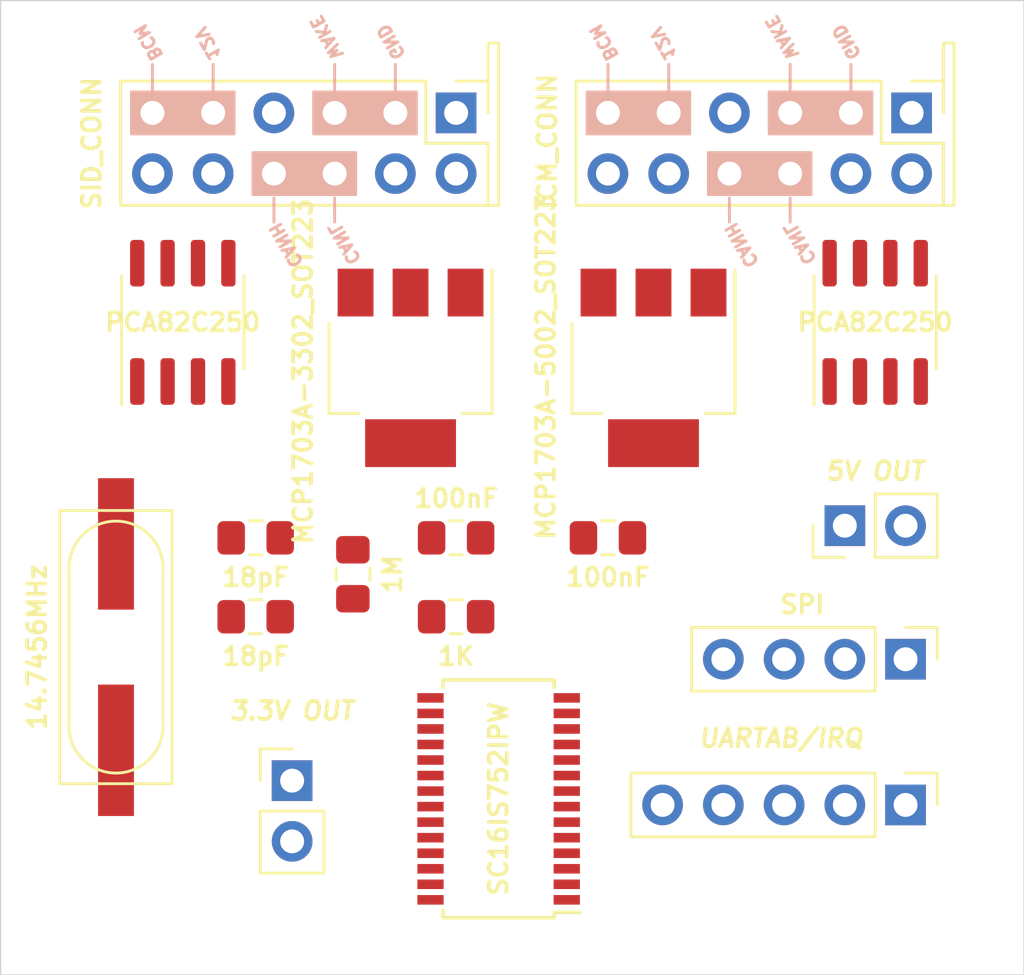
<source format=kicad_pcb>
(kicad_pcb (version 20171130) (host pcbnew 5.1.5-52549c5~84~ubuntu19.04.1)

  (general
    (thickness 1.6)
    (drawings 4)
    (tracks 0)
    (zones 0)
    (modules 18)
    (nets 49)
  )

  (page A4)
  (layers
    (0 F.Cu signal)
    (31 B.Cu signal)
    (32 B.Adhes user)
    (33 F.Adhes user)
    (34 B.Paste user)
    (35 F.Paste user)
    (36 B.SilkS user)
    (37 F.SilkS user)
    (38 B.Mask user)
    (39 F.Mask user)
    (40 Dwgs.User user)
    (41 Cmts.User user)
    (42 Eco1.User user)
    (43 Eco2.User user)
    (44 Edge.Cuts user)
    (45 Margin user)
    (46 B.CrtYd user)
    (47 F.CrtYd user)
    (48 B.Fab user)
    (49 F.Fab user)
  )

  (setup
    (last_trace_width 0.25)
    (trace_clearance 0.2)
    (zone_clearance 0.508)
    (zone_45_only no)
    (trace_min 0.2)
    (via_size 0.8)
    (via_drill 0.4)
    (via_min_size 0.4)
    (via_min_drill 0.3)
    (uvia_size 0.3)
    (uvia_drill 0.1)
    (uvias_allowed no)
    (uvia_min_size 0.2)
    (uvia_min_drill 0.1)
    (edge_width 0.05)
    (segment_width 0.2)
    (pcb_text_width 0.3)
    (pcb_text_size 1.5 1.5)
    (mod_edge_width 0.12)
    (mod_text_size 1 1)
    (mod_text_width 0.15)
    (pad_size 1.524 1.524)
    (pad_drill 0.762)
    (pad_to_mask_clearance 0.051)
    (solder_mask_min_width 0.25)
    (aux_axis_origin 0 0)
    (visible_elements FFFFFF7F)
    (pcbplotparams
      (layerselection 0x010f0_ffffffff)
      (usegerberextensions false)
      (usegerberattributes false)
      (usegerberadvancedattributes false)
      (creategerberjobfile false)
      (excludeedgelayer true)
      (linewidth 0.100000)
      (plotframeref false)
      (viasonmask false)
      (mode 1)
      (useauxorigin false)
      (hpglpennumber 1)
      (hpglpenspeed 20)
      (hpglpendiameter 15.000000)
      (psnegative false)
      (psa4output false)
      (plotreference true)
      (plotvalue true)
      (plotinvisibletext false)
      (padsonsilk false)
      (subtractmaskfromsilk false)
      (outputformat 1)
      (mirror false)
      (drillshape 0)
      (scaleselection 1)
      (outputdirectory "plot_output/"))
  )

  (net 0 "")
  (net 1 "Net-(J1-Pad10)")
  (net 2 "Net-(J1-Pad9)")
  (net 3 "Net-(J1-Pad6)")
  (net 4 VIN)
  (net 5 "Net-(J1-Pad3)")
  (net 6 GND)
  (net 7 "Net-(J2-Pad10)")
  (net 8 "Net-(J2-Pad9)")
  (net 9 "Net-(J6-Pad3)")
  (net 10 "Net-(J6-Pad4)")
  (net 11 "Net-(J6-Pad2)")
  (net 12 VDD_5V)
  (net 13 VDD_3.3V)
  (net 14 "Net-(J5-Pad4)")
  (net 15 "Net-(J5-Pad3)")
  (net 16 "Net-(J5-Pad2)")
  (net 17 "Net-(J5-Pad1)")
  (net 18 "Net-(J6-Pad5)")
  (net 19 "Net-(J6-Pad1)")
  (net 20 "Net-(J1-Pad7)")
  (net 21 "Net-(J1-Pad8)")
  (net 22 "Net-(J1-Pad4)")
  (net 23 "Net-(J1-Pad11)")
  (net 24 "Net-(J1-Pad12)")
  (net 25 "Net-(J1-Pad1)")
  (net 26 "Net-(J2-Pad7)")
  (net 27 "Net-(J2-Pad8)")
  (net 28 "Net-(J2-Pad4)")
  (net 29 "Net-(J2-Pad11)")
  (net 30 "Net-(J2-Pad12)")
  (net 31 "Net-(J2-Pad1)")
  (net 32 "Net-(U1-Pad28)")
  (net 33 "Net-(U1-Pad27)")
  (net 34 "Net-(U1-Pad26)")
  (net 35 "Net-(U1-Pad25)")
  (net 36 "Net-(U1-Pad21)")
  (net 37 "Net-(U1-Pad20)")
  (net 38 "Net-(U1-Pad19)")
  (net 39 "Net-(U1-Pad18)")
  (net 40 "Net-(U1-Pad17)")
  (net 41 "Net-(U1-Pad16)")
  (net 42 "Net-(U1-Pad5)")
  (net 43 "Net-(U1-Pad2)")
  (net 44 "Net-(U1-Pad1)")
  (net 45 "Net-(U3-Pad5)")
  (net 46 "Net-(U4-Pad5)")
  (net 47 XTAL2)
  (net 48 XTAL1)

  (net_class Default "This is the default net class."
    (clearance 0.2)
    (trace_width 0.25)
    (via_dia 0.8)
    (via_drill 0.4)
    (uvia_dia 0.3)
    (uvia_drill 0.1)
    (add_net GND)
    (add_net "Net-(J1-Pad1)")
    (add_net "Net-(J1-Pad10)")
    (add_net "Net-(J1-Pad11)")
    (add_net "Net-(J1-Pad12)")
    (add_net "Net-(J1-Pad3)")
    (add_net "Net-(J1-Pad4)")
    (add_net "Net-(J1-Pad6)")
    (add_net "Net-(J1-Pad7)")
    (add_net "Net-(J1-Pad8)")
    (add_net "Net-(J1-Pad9)")
    (add_net "Net-(J2-Pad1)")
    (add_net "Net-(J2-Pad10)")
    (add_net "Net-(J2-Pad11)")
    (add_net "Net-(J2-Pad12)")
    (add_net "Net-(J2-Pad4)")
    (add_net "Net-(J2-Pad7)")
    (add_net "Net-(J2-Pad8)")
    (add_net "Net-(J2-Pad9)")
    (add_net "Net-(J5-Pad1)")
    (add_net "Net-(J5-Pad2)")
    (add_net "Net-(J5-Pad3)")
    (add_net "Net-(J5-Pad4)")
    (add_net "Net-(J6-Pad1)")
    (add_net "Net-(J6-Pad2)")
    (add_net "Net-(J6-Pad3)")
    (add_net "Net-(J6-Pad4)")
    (add_net "Net-(J6-Pad5)")
    (add_net "Net-(U1-Pad1)")
    (add_net "Net-(U1-Pad16)")
    (add_net "Net-(U1-Pad17)")
    (add_net "Net-(U1-Pad18)")
    (add_net "Net-(U1-Pad19)")
    (add_net "Net-(U1-Pad2)")
    (add_net "Net-(U1-Pad20)")
    (add_net "Net-(U1-Pad21)")
    (add_net "Net-(U1-Pad25)")
    (add_net "Net-(U1-Pad26)")
    (add_net "Net-(U1-Pad27)")
    (add_net "Net-(U1-Pad28)")
    (add_net "Net-(U1-Pad5)")
    (add_net "Net-(U3-Pad5)")
    (add_net "Net-(U4-Pad5)")
    (add_net VDD_3.3V)
    (add_net VDD_5V)
    (add_net VIN)
    (add_net XTAL1)
    (add_net XTAL2)
  )

  (module sid-board:SAAB_SID_CONNECTOR_HEADER (layer F.Cu) (tedit 5E269FE2) (tstamp 5E1F8249)
    (at 93.98 65.405)
    (descr "Through hole straight pin header, 2x06, 2.54mm pitch, double rows")
    (tags "Through hole pin header THT 2x06 2.54mm double row")
    (path /5E210180)
    (fp_text reference J1 (at 8.68 0.127 270) (layer F.Fab)
      (effects (font (size 0.5 0.5) (thickness 0.1)))
    )
    (fp_text value ICM_CONN (at -8.89 0.0635 90) (layer F.SilkS)
      (effects (font (size 0.75 0.75) (thickness 0.16)))
    )
    (fp_poly (pts (xy 2.159 2.286) (xy -2.159 2.286) (xy -2.159 0.508) (xy 2.159 0.508)) (layer B.SilkS) (width 0.1))
    (fp_poly (pts (xy 4.699 -0.254) (xy 0.381 -0.254) (xy 0.381 -2.032) (xy 4.699 -2.032)) (layer B.SilkS) (width 0.1))
    (fp_poly (pts (xy -2.921 -0.254) (xy -7.239 -0.254) (xy -7.239 -2.032) (xy -2.921 -2.032)) (layer B.SilkS) (width 0.1))
    (fp_line (start -1.27 2.413) (end -1.27 3.429) (layer B.SilkS) (width 0.12))
    (fp_line (start 1.27 2.413) (end 1.27 3.429) (layer B.SilkS) (width 0.12))
    (fp_line (start -6.35 -2.032) (end -6.35 -3.175) (layer B.SilkS) (width 0.12))
    (fp_line (start -3.81 -2.032) (end -3.81 -3.175) (layer B.SilkS) (width 0.12))
    (fp_line (start 1.27 -2.032) (end 1.27 -3.175) (layer B.SilkS) (width 0.12))
    (fp_line (start 3.81 -2.032) (end 3.81 -3.175) (layer B.SilkS) (width 0.12))
    (fp_text user CANH (at -0.254 5.334 300) (layer B.SilkS)
      (effects (font (size 0.5 0.5) (thickness 0.125)) (justify left mirror))
    )
    (fp_text user CANL (at 2.159 5.207 300) (layer B.SilkS)
      (effects (font (size 0.5 0.5) (thickness 0.125)) (justify left mirror))
    )
    (fp_text user BCM (at -6.985 -4.826 300) (layer B.SilkS)
      (effects (font (size 0.5 0.5) (thickness 0.125)) (justify right mirror))
    )
    (fp_text user 12V (at -4.445 -4.699 300) (layer B.SilkS)
      (effects (font (size 0.5 0.5) (thickness 0.125)) (justify right mirror))
    )
    (fp_text user WAKE (at 0.381 -5.207 300) (layer B.SilkS)
      (effects (font (size 0.5 0.5) (thickness 0.125)) (justify right mirror))
    )
    (fp_text user GND (at 3.175 -4.826 300) (layer B.SilkS)
      (effects (font (size 0.5 0.5) (thickness 0.125)) (justify right mirror))
    )
    (fp_line (start 8.128 2.7305) (end 8.128 2.413) (layer F.SilkS) (width 0.12))
    (fp_line (start 7.68 2.7305) (end 8.128 2.7305) (layer F.SilkS) (width 0.12))
    (fp_line (start 8.128 -4.064) (end 8.128 2.413) (layer F.SilkS) (width 0.12))
    (fp_line (start 7.68 -4.064) (end 8.128 -4.064) (layer F.SilkS) (width 0.12))
    (fp_line (start 7.68 -2.473) (end 7.68 -4.064) (layer F.SilkS) (width 0.12))
    (fp_text user %R (at 0 0.127) (layer F.Fab)
      (effects (font (size 0.5 0.5) (thickness 0.1)))
    )
    (fp_line (start 8.15 3.207) (end 8.15 -2.943) (layer F.CrtYd) (width 0.05))
    (fp_line (start -8.15 3.207) (end 8.15 3.207) (layer F.CrtYd) (width 0.05))
    (fp_line (start -8.15 -2.943) (end -8.15 3.207) (layer F.CrtYd) (width 0.05))
    (fp_line (start 8.15 -2.943) (end -8.15 -2.943) (layer F.CrtYd) (width 0.05))
    (fp_line (start 7.68 -2.473) (end 7.68 -1.143) (layer F.SilkS) (width 0.12))
    (fp_line (start 6.35 -2.473) (end 7.68 -2.473) (layer F.SilkS) (width 0.12))
    (fp_line (start 7.68 0.127) (end 7.68 2.727) (layer F.SilkS) (width 0.12))
    (fp_line (start 5.08 0.127) (end 7.68 0.127) (layer F.SilkS) (width 0.12))
    (fp_line (start 5.08 -2.473) (end 5.08 0.127) (layer F.SilkS) (width 0.12))
    (fp_line (start 7.68 2.727) (end -7.68 2.727) (layer F.SilkS) (width 0.12))
    (fp_line (start 5.08 -2.473) (end -7.68 -2.473) (layer F.SilkS) (width 0.12))
    (fp_line (start -7.68 -2.473) (end -7.68 2.727) (layer F.SilkS) (width 0.12))
    (fp_line (start 6.35 -2.413) (end 7.62 -1.143) (layer F.Fab) (width 0.1))
    (fp_line (start -7.62 -2.413) (end 6.35 -2.413) (layer F.Fab) (width 0.1))
    (fp_line (start -7.62 2.667) (end -7.62 -2.413) (layer F.Fab) (width 0.1))
    (fp_line (start 7.62 2.667) (end -7.62 2.667) (layer F.Fab) (width 0.1))
    (fp_line (start 7.62 -1.143) (end 7.62 2.667) (layer F.Fab) (width 0.1))
    (pad 7 thru_hole oval (at -6.35 1.397 270) (size 1.7 1.7) (drill 1) (layers *.Cu *.Mask)
      (net 20 "Net-(J1-Pad7)"))
    (pad 6 thru_hole oval (at -6.35 -1.143 270) (size 1.7 1.7) (drill 1) (layers *.Cu *.Mask)
      (net 3 "Net-(J1-Pad6)"))
    (pad 8 thru_hole oval (at -3.81 1.397 270) (size 1.7 1.7) (drill 1) (layers *.Cu *.Mask)
      (net 21 "Net-(J1-Pad8)"))
    (pad 5 thru_hole oval (at -3.81 -1.143 270) (size 1.7 1.7) (drill 1) (layers *.Cu *.Mask)
      (net 4 VIN))
    (pad 9 thru_hole oval (at -1.27 1.397 270) (size 1.7 1.7) (drill 1) (layers *.Cu *.Mask)
      (net 2 "Net-(J1-Pad9)"))
    (pad 4 thru_hole oval (at -1.27 -1.143 270) (size 1.7 1.7) (drill 1) (layers *.Cu *.Mask)
      (net 22 "Net-(J1-Pad4)"))
    (pad 10 thru_hole oval (at 1.27 1.397 270) (size 1.7 1.7) (drill 1) (layers *.Cu *.Mask)
      (net 1 "Net-(J1-Pad10)"))
    (pad 3 thru_hole oval (at 1.27 -1.143 270) (size 1.7 1.7) (drill 1) (layers *.Cu *.Mask)
      (net 5 "Net-(J1-Pad3)"))
    (pad 11 thru_hole oval (at 3.81 1.397 270) (size 1.7 1.7) (drill 1) (layers *.Cu *.Mask)
      (net 23 "Net-(J1-Pad11)"))
    (pad 2 thru_hole oval (at 3.81 -1.143 270) (size 1.7 1.7) (drill 1) (layers *.Cu *.Mask)
      (net 6 GND))
    (pad 12 thru_hole oval (at 6.35 1.397 270) (size 1.7 1.7) (drill 1) (layers *.Cu *.Mask)
      (net 24 "Net-(J1-Pad12)"))
    (pad 1 thru_hole rect (at 6.35 -1.143 270) (size 1.7 1.7) (drill 1) (layers *.Cu *.Mask)
      (net 25 "Net-(J1-Pad1)"))
    (model ${KISYS3DMOD}/Connector_PinHeader_2.54mm.3dshapes/PinHeader_2x06_P2.54mm_Vertical.wrl
      (offset (xyz 6.25 1.2 0))
      (scale (xyz 1 1 1))
      (rotate (xyz 0 0 90))
    )
  )

  (module sid-board:SAAB_SID_CONNECTOR_HEADER (layer F.Cu) (tedit 5E269FE2) (tstamp 5E1F7CC3)
    (at 74.93 65.405)
    (descr "Through hole straight pin header, 2x06, 2.54mm pitch, double rows")
    (tags "Through hole pin header THT 2x06 2.54mm double row")
    (path /5E211BEE)
    (fp_text reference J2 (at 8.68 0.127 270) (layer F.Fab)
      (effects (font (size 0.5 0.5) (thickness 0.1)))
    )
    (fp_text value SID_CONN (at -8.89 0.127 90) (layer F.SilkS)
      (effects (font (size 0.75 0.75) (thickness 0.16)))
    )
    (fp_poly (pts (xy 2.159 2.286) (xy -2.159 2.286) (xy -2.159 0.508) (xy 2.159 0.508)) (layer B.SilkS) (width 0.1))
    (fp_poly (pts (xy 4.699 -0.254) (xy 0.381 -0.254) (xy 0.381 -2.032) (xy 4.699 -2.032)) (layer B.SilkS) (width 0.1))
    (fp_poly (pts (xy -2.921 -0.254) (xy -7.239 -0.254) (xy -7.239 -2.032) (xy -2.921 -2.032)) (layer B.SilkS) (width 0.1))
    (fp_line (start -1.27 2.413) (end -1.27 3.429) (layer B.SilkS) (width 0.12))
    (fp_line (start 1.27 2.413) (end 1.27 3.429) (layer B.SilkS) (width 0.12))
    (fp_line (start -6.35 -2.032) (end -6.35 -3.175) (layer B.SilkS) (width 0.12))
    (fp_line (start -3.81 -2.032) (end -3.81 -3.175) (layer B.SilkS) (width 0.12))
    (fp_line (start 1.27 -2.032) (end 1.27 -3.175) (layer B.SilkS) (width 0.12))
    (fp_line (start 3.81 -2.032) (end 3.81 -3.175) (layer B.SilkS) (width 0.12))
    (fp_text user CANH (at -0.254 5.334 300) (layer B.SilkS)
      (effects (font (size 0.5 0.5) (thickness 0.125)) (justify left mirror))
    )
    (fp_text user CANL (at 2.159 5.207 300) (layer B.SilkS)
      (effects (font (size 0.5 0.5) (thickness 0.125)) (justify left mirror))
    )
    (fp_text user BCM (at -6.985 -4.826 300) (layer B.SilkS)
      (effects (font (size 0.5 0.5) (thickness 0.125)) (justify right mirror))
    )
    (fp_text user 12V (at -4.445 -4.699 300) (layer B.SilkS)
      (effects (font (size 0.5 0.5) (thickness 0.125)) (justify right mirror))
    )
    (fp_text user WAKE (at 0.381 -5.207 300) (layer B.SilkS)
      (effects (font (size 0.5 0.5) (thickness 0.125)) (justify right mirror))
    )
    (fp_text user GND (at 3.175 -4.826 300) (layer B.SilkS)
      (effects (font (size 0.5 0.5) (thickness 0.125)) (justify right mirror))
    )
    (fp_line (start 8.128 2.7305) (end 8.128 2.413) (layer F.SilkS) (width 0.12))
    (fp_line (start 7.68 2.7305) (end 8.128 2.7305) (layer F.SilkS) (width 0.12))
    (fp_line (start 8.128 -4.064) (end 8.128 2.413) (layer F.SilkS) (width 0.12))
    (fp_line (start 7.68 -4.064) (end 8.128 -4.064) (layer F.SilkS) (width 0.12))
    (fp_line (start 7.68 -2.473) (end 7.68 -4.064) (layer F.SilkS) (width 0.12))
    (fp_text user %R (at 0 0.127) (layer F.Fab)
      (effects (font (size 0.5 0.5) (thickness 0.1)))
    )
    (fp_line (start 8.15 3.207) (end 8.15 -2.943) (layer F.CrtYd) (width 0.05))
    (fp_line (start -8.15 3.207) (end 8.15 3.207) (layer F.CrtYd) (width 0.05))
    (fp_line (start -8.15 -2.943) (end -8.15 3.207) (layer F.CrtYd) (width 0.05))
    (fp_line (start 8.15 -2.943) (end -8.15 -2.943) (layer F.CrtYd) (width 0.05))
    (fp_line (start 7.68 -2.473) (end 7.68 -1.143) (layer F.SilkS) (width 0.12))
    (fp_line (start 6.35 -2.473) (end 7.68 -2.473) (layer F.SilkS) (width 0.12))
    (fp_line (start 7.68 0.127) (end 7.68 2.727) (layer F.SilkS) (width 0.12))
    (fp_line (start 5.08 0.127) (end 7.68 0.127) (layer F.SilkS) (width 0.12))
    (fp_line (start 5.08 -2.473) (end 5.08 0.127) (layer F.SilkS) (width 0.12))
    (fp_line (start 7.68 2.727) (end -7.68 2.727) (layer F.SilkS) (width 0.12))
    (fp_line (start 5.08 -2.473) (end -7.68 -2.473) (layer F.SilkS) (width 0.12))
    (fp_line (start -7.68 -2.473) (end -7.68 2.727) (layer F.SilkS) (width 0.12))
    (fp_line (start 6.35 -2.413) (end 7.62 -1.143) (layer F.Fab) (width 0.1))
    (fp_line (start -7.62 -2.413) (end 6.35 -2.413) (layer F.Fab) (width 0.1))
    (fp_line (start -7.62 2.667) (end -7.62 -2.413) (layer F.Fab) (width 0.1))
    (fp_line (start 7.62 2.667) (end -7.62 2.667) (layer F.Fab) (width 0.1))
    (fp_line (start 7.62 -1.143) (end 7.62 2.667) (layer F.Fab) (width 0.1))
    (pad 7 thru_hole oval (at -6.35 1.397 270) (size 1.7 1.7) (drill 1) (layers *.Cu *.Mask)
      (net 26 "Net-(J2-Pad7)"))
    (pad 6 thru_hole oval (at -6.35 -1.143 270) (size 1.7 1.7) (drill 1) (layers *.Cu *.Mask)
      (net 3 "Net-(J1-Pad6)"))
    (pad 8 thru_hole oval (at -3.81 1.397 270) (size 1.7 1.7) (drill 1) (layers *.Cu *.Mask)
      (net 27 "Net-(J2-Pad8)"))
    (pad 5 thru_hole oval (at -3.81 -1.143 270) (size 1.7 1.7) (drill 1) (layers *.Cu *.Mask)
      (net 4 VIN))
    (pad 9 thru_hole oval (at -1.27 1.397 270) (size 1.7 1.7) (drill 1) (layers *.Cu *.Mask)
      (net 8 "Net-(J2-Pad9)"))
    (pad 4 thru_hole oval (at -1.27 -1.143 270) (size 1.7 1.7) (drill 1) (layers *.Cu *.Mask)
      (net 28 "Net-(J2-Pad4)"))
    (pad 10 thru_hole oval (at 1.27 1.397 270) (size 1.7 1.7) (drill 1) (layers *.Cu *.Mask)
      (net 7 "Net-(J2-Pad10)"))
    (pad 3 thru_hole oval (at 1.27 -1.143 270) (size 1.7 1.7) (drill 1) (layers *.Cu *.Mask)
      (net 5 "Net-(J1-Pad3)"))
    (pad 11 thru_hole oval (at 3.81 1.397 270) (size 1.7 1.7) (drill 1) (layers *.Cu *.Mask)
      (net 29 "Net-(J2-Pad11)"))
    (pad 2 thru_hole oval (at 3.81 -1.143 270) (size 1.7 1.7) (drill 1) (layers *.Cu *.Mask)
      (net 6 GND))
    (pad 12 thru_hole oval (at 6.35 1.397 270) (size 1.7 1.7) (drill 1) (layers *.Cu *.Mask)
      (net 30 "Net-(J2-Pad12)"))
    (pad 1 thru_hole rect (at 6.35 -1.143 270) (size 1.7 1.7) (drill 1) (layers *.Cu *.Mask)
      (net 31 "Net-(J2-Pad1)"))
    (model ${KISYS3DMOD}/Connector_PinHeader_2.54mm.3dshapes/PinHeader_2x06_P2.54mm_Vertical.wrl
      (offset (xyz 6.25 1.2 0))
      (scale (xyz 1 1 1))
      (rotate (xyz 0 0 90))
    )
  )

  (module Package_SO:SOIC-8_3.9x4.9mm_P1.27mm (layer F.Cu) (tedit 5C97300E) (tstamp 5E1EB7BB)
    (at 98.806 73.025 90)
    (descr "SOIC, 8 Pin (JEDEC MS-012AA, https://www.analog.com/media/en/package-pcb-resources/package/pkg_pdf/soic_narrow-r/r_8.pdf), generated with kicad-footprint-generator ipc_gullwing_generator.py")
    (tags "SOIC SO")
    (path /5E1EEB2A)
    (attr smd)
    (fp_text reference U3 (at 0 3.556 270) (layer F.Fab)
      (effects (font (size 0.5 0.5) (thickness 0.1)))
    )
    (fp_text value PCA82C250 (at 0 0 180) (layer F.SilkS)
      (effects (font (size 0.75 0.75) (thickness 0.16)))
    )
    (fp_line (start 0 2.56) (end 1.95 2.56) (layer F.SilkS) (width 0.12))
    (fp_line (start 0 2.56) (end -1.95 2.56) (layer F.SilkS) (width 0.12))
    (fp_line (start 0 -2.56) (end 1.95 -2.56) (layer F.SilkS) (width 0.12))
    (fp_line (start 0 -2.56) (end -3.45 -2.56) (layer F.SilkS) (width 0.12))
    (fp_line (start -0.975 -2.45) (end 1.95 -2.45) (layer F.Fab) (width 0.1))
    (fp_line (start 1.95 -2.45) (end 1.95 2.45) (layer F.Fab) (width 0.1))
    (fp_line (start 1.95 2.45) (end -1.95 2.45) (layer F.Fab) (width 0.1))
    (fp_line (start -1.95 2.45) (end -1.95 -1.475) (layer F.Fab) (width 0.1))
    (fp_line (start -1.95 -1.475) (end -0.975 -2.45) (layer F.Fab) (width 0.1))
    (fp_line (start -3.7 -2.7) (end -3.7 2.7) (layer F.CrtYd) (width 0.05))
    (fp_line (start -3.7 2.7) (end 3.7 2.7) (layer F.CrtYd) (width 0.05))
    (fp_line (start 3.7 2.7) (end 3.7 -2.7) (layer F.CrtYd) (width 0.05))
    (fp_line (start 3.7 -2.7) (end -3.7 -2.7) (layer F.CrtYd) (width 0.05))
    (fp_text user %R (at 0 0 90) (layer F.Fab)
      (effects (font (size 0.5 0.5) (thickness 0.1)))
    )
    (pad 1 smd roundrect (at -2.475 -1.905 90) (size 1.95 0.6) (layers F.Cu F.Paste F.Mask) (roundrect_rratio 0.25)
      (net 11 "Net-(J6-Pad2)"))
    (pad 2 smd roundrect (at -2.475 -0.635 90) (size 1.95 0.6) (layers F.Cu F.Paste F.Mask) (roundrect_rratio 0.25)
      (net 6 GND))
    (pad 3 smd roundrect (at -2.475 0.635 90) (size 1.95 0.6) (layers F.Cu F.Paste F.Mask) (roundrect_rratio 0.25)
      (net 12 VDD_5V))
    (pad 4 smd roundrect (at -2.475 1.905 90) (size 1.95 0.6) (layers F.Cu F.Paste F.Mask) (roundrect_rratio 0.25)
      (net 19 "Net-(J6-Pad1)"))
    (pad 5 smd roundrect (at 2.475 1.905 90) (size 1.95 0.6) (layers F.Cu F.Paste F.Mask) (roundrect_rratio 0.25)
      (net 45 "Net-(U3-Pad5)"))
    (pad 6 smd roundrect (at 2.475 0.635 90) (size 1.95 0.6) (layers F.Cu F.Paste F.Mask) (roundrect_rratio 0.25)
      (net 1 "Net-(J1-Pad10)"))
    (pad 7 smd roundrect (at 2.475 -0.635 90) (size 1.95 0.6) (layers F.Cu F.Paste F.Mask) (roundrect_rratio 0.25)
      (net 2 "Net-(J1-Pad9)"))
    (pad 8 smd roundrect (at 2.475 -1.905 90) (size 1.95 0.6) (layers F.Cu F.Paste F.Mask) (roundrect_rratio 0.25)
      (net 6 GND))
    (model ${KISYS3DMOD}/Package_SO.3dshapes/SOIC-8_3.9x4.9mm_P1.27mm.wrl
      (at (xyz 0 0 0))
      (scale (xyz 1 1 1))
      (rotate (xyz 0 0 0))
    )
  )

  (module Package_SO:SOIC-8_3.9x4.9mm_P1.27mm (layer F.Cu) (tedit 5C97300E) (tstamp 5E1EB7D5)
    (at 69.85 73.025 90)
    (descr "SOIC, 8 Pin (JEDEC MS-012AA, https://www.analog.com/media/en/package-pcb-resources/package/pkg_pdf/soic_narrow-r/r_8.pdf), generated with kicad-footprint-generator ipc_gullwing_generator.py")
    (tags "SOIC SO")
    (path /5E1F1E39)
    (attr smd)
    (fp_text reference U4 (at 0 3.556 90) (layer F.Fab)
      (effects (font (size 0.5 0.5) (thickness 0.1)))
    )
    (fp_text value PCA82C250 (at 0 0 180) (layer F.SilkS)
      (effects (font (size 0.75 0.75) (thickness 0.16)))
    )
    (fp_text user %R (at 0 0 90) (layer F.Fab)
      (effects (font (size 0.5 0.5) (thickness 0.1)))
    )
    (fp_line (start 3.7 -2.7) (end -3.7 -2.7) (layer F.CrtYd) (width 0.05))
    (fp_line (start 3.7 2.7) (end 3.7 -2.7) (layer F.CrtYd) (width 0.05))
    (fp_line (start -3.7 2.7) (end 3.7 2.7) (layer F.CrtYd) (width 0.05))
    (fp_line (start -3.7 -2.7) (end -3.7 2.7) (layer F.CrtYd) (width 0.05))
    (fp_line (start -1.95 -1.475) (end -0.975 -2.45) (layer F.Fab) (width 0.1))
    (fp_line (start -1.95 2.45) (end -1.95 -1.475) (layer F.Fab) (width 0.1))
    (fp_line (start 1.95 2.45) (end -1.95 2.45) (layer F.Fab) (width 0.1))
    (fp_line (start 1.95 -2.45) (end 1.95 2.45) (layer F.Fab) (width 0.1))
    (fp_line (start -0.975 -2.45) (end 1.95 -2.45) (layer F.Fab) (width 0.1))
    (fp_line (start 0 -2.56) (end -3.45 -2.56) (layer F.SilkS) (width 0.12))
    (fp_line (start 0 -2.56) (end 1.95 -2.56) (layer F.SilkS) (width 0.12))
    (fp_line (start 0 2.56) (end -1.95 2.56) (layer F.SilkS) (width 0.12))
    (fp_line (start 0 2.56) (end 1.95 2.56) (layer F.SilkS) (width 0.12))
    (pad 8 smd roundrect (at 2.475 -1.905 90) (size 1.95 0.6) (layers F.Cu F.Paste F.Mask) (roundrect_rratio 0.25)
      (net 6 GND))
    (pad 7 smd roundrect (at 2.475 -0.635 90) (size 1.95 0.6) (layers F.Cu F.Paste F.Mask) (roundrect_rratio 0.25)
      (net 8 "Net-(J2-Pad9)"))
    (pad 6 smd roundrect (at 2.475 0.635 90) (size 1.95 0.6) (layers F.Cu F.Paste F.Mask) (roundrect_rratio 0.25)
      (net 7 "Net-(J2-Pad10)"))
    (pad 5 smd roundrect (at 2.475 1.905 90) (size 1.95 0.6) (layers F.Cu F.Paste F.Mask) (roundrect_rratio 0.25)
      (net 46 "Net-(U4-Pad5)"))
    (pad 4 smd roundrect (at -2.475 1.905 90) (size 1.95 0.6) (layers F.Cu F.Paste F.Mask) (roundrect_rratio 0.25)
      (net 9 "Net-(J6-Pad3)"))
    (pad 3 smd roundrect (at -2.475 0.635 90) (size 1.95 0.6) (layers F.Cu F.Paste F.Mask) (roundrect_rratio 0.25)
      (net 12 VDD_5V))
    (pad 2 smd roundrect (at -2.475 -0.635 90) (size 1.95 0.6) (layers F.Cu F.Paste F.Mask) (roundrect_rratio 0.25)
      (net 6 GND))
    (pad 1 smd roundrect (at -2.475 -1.905 90) (size 1.95 0.6) (layers F.Cu F.Paste F.Mask) (roundrect_rratio 0.25)
      (net 10 "Net-(J6-Pad4)"))
    (model ${KISYS3DMOD}/Package_SO.3dshapes/SOIC-8_3.9x4.9mm_P1.27mm.wrl
      (at (xyz 0 0 0))
      (scale (xyz 1 1 1))
      (rotate (xyz 0 0 0))
    )
  )

  (module Connector_PinHeader_2.54mm:PinHeader_1x02_P2.54mm_Vertical (layer F.Cu) (tedit 59FED5CC) (tstamp 5E1EF4CA)
    (at 97.536 81.534 90)
    (descr "Through hole straight pin header, 1x02, 2.54mm pitch, single row")
    (tags "Through hole pin header THT 1x02 2.54mm single row")
    (path /5E30F0FD)
    (fp_text reference J3 (at 0 5.207 90) (layer F.Fab)
      (effects (font (size 0.5 0.5) (thickness 0.1)))
    )
    (fp_text value "5V OUT" (at 2.286 1.27 180) (layer F.SilkS)
      (effects (font (size 0.75 0.75) (thickness 0.16) italic))
    )
    (fp_text user %R (at 0 1.27) (layer F.Fab)
      (effects (font (size 0.5 0.5) (thickness 0.1)))
    )
    (fp_line (start 1.8 -1.8) (end -1.8 -1.8) (layer F.CrtYd) (width 0.05))
    (fp_line (start 1.8 4.35) (end 1.8 -1.8) (layer F.CrtYd) (width 0.05))
    (fp_line (start -1.8 4.35) (end 1.8 4.35) (layer F.CrtYd) (width 0.05))
    (fp_line (start -1.8 -1.8) (end -1.8 4.35) (layer F.CrtYd) (width 0.05))
    (fp_line (start -1.33 -1.33) (end 0 -1.33) (layer F.SilkS) (width 0.12))
    (fp_line (start -1.33 0) (end -1.33 -1.33) (layer F.SilkS) (width 0.12))
    (fp_line (start -1.33 1.27) (end 1.33 1.27) (layer F.SilkS) (width 0.12))
    (fp_line (start 1.33 1.27) (end 1.33 3.87) (layer F.SilkS) (width 0.12))
    (fp_line (start -1.33 1.27) (end -1.33 3.87) (layer F.SilkS) (width 0.12))
    (fp_line (start -1.33 3.87) (end 1.33 3.87) (layer F.SilkS) (width 0.12))
    (fp_line (start -1.27 -0.635) (end -0.635 -1.27) (layer F.Fab) (width 0.1))
    (fp_line (start -1.27 3.81) (end -1.27 -0.635) (layer F.Fab) (width 0.1))
    (fp_line (start 1.27 3.81) (end -1.27 3.81) (layer F.Fab) (width 0.1))
    (fp_line (start 1.27 -1.27) (end 1.27 3.81) (layer F.Fab) (width 0.1))
    (fp_line (start -0.635 -1.27) (end 1.27 -1.27) (layer F.Fab) (width 0.1))
    (pad 2 thru_hole oval (at 0 2.54 90) (size 1.7 1.7) (drill 1) (layers *.Cu *.Mask)
      (net 12 VDD_5V))
    (pad 1 thru_hole rect (at 0 0 90) (size 1.7 1.7) (drill 1) (layers *.Cu *.Mask)
      (net 6 GND))
    (model ${KISYS3DMOD}/Connector_PinHeader_2.54mm.3dshapes/PinHeader_1x02_P2.54mm_Vertical.wrl
      (at (xyz 0 0 0))
      (scale (xyz 1 1 1))
      (rotate (xyz 0 0 0))
    )
  )

  (module Connector_PinHeader_2.54mm:PinHeader_1x02_P2.54mm_Vertical (layer F.Cu) (tedit 59FED5CC) (tstamp 5E1F1B80)
    (at 74.422 92.202)
    (descr "Through hole straight pin header, 1x02, 2.54mm pitch, single row")
    (tags "Through hole pin header THT 1x02 2.54mm single row")
    (path /5E310D87)
    (fp_text reference J4 (at 0.127 5.207) (layer F.Fab)
      (effects (font (size 0.5 0.5) (thickness 0.1)))
    )
    (fp_text value "3.3V OUT" (at 0 -2.921) (layer F.SilkS)
      (effects (font (size 0.75 0.75) (thickness 0.16) italic))
    )
    (fp_text user %R (at 0 1.27 90) (layer F.Fab)
      (effects (font (size 0.5 0.5) (thickness 0.1)))
    )
    (fp_line (start 1.8 -1.8) (end -1.8 -1.8) (layer F.CrtYd) (width 0.05))
    (fp_line (start 1.8 4.35) (end 1.8 -1.8) (layer F.CrtYd) (width 0.05))
    (fp_line (start -1.8 4.35) (end 1.8 4.35) (layer F.CrtYd) (width 0.05))
    (fp_line (start -1.8 -1.8) (end -1.8 4.35) (layer F.CrtYd) (width 0.05))
    (fp_line (start -1.33 -1.33) (end 0 -1.33) (layer F.SilkS) (width 0.12))
    (fp_line (start -1.33 0) (end -1.33 -1.33) (layer F.SilkS) (width 0.12))
    (fp_line (start -1.33 1.27) (end 1.33 1.27) (layer F.SilkS) (width 0.12))
    (fp_line (start 1.33 1.27) (end 1.33 3.87) (layer F.SilkS) (width 0.12))
    (fp_line (start -1.33 1.27) (end -1.33 3.87) (layer F.SilkS) (width 0.12))
    (fp_line (start -1.33 3.87) (end 1.33 3.87) (layer F.SilkS) (width 0.12))
    (fp_line (start -1.27 -0.635) (end -0.635 -1.27) (layer F.Fab) (width 0.1))
    (fp_line (start -1.27 3.81) (end -1.27 -0.635) (layer F.Fab) (width 0.1))
    (fp_line (start 1.27 3.81) (end -1.27 3.81) (layer F.Fab) (width 0.1))
    (fp_line (start 1.27 -1.27) (end 1.27 3.81) (layer F.Fab) (width 0.1))
    (fp_line (start -0.635 -1.27) (end 1.27 -1.27) (layer F.Fab) (width 0.1))
    (pad 2 thru_hole oval (at 0 2.54) (size 1.7 1.7) (drill 1) (layers *.Cu *.Mask)
      (net 13 VDD_3.3V))
    (pad 1 thru_hole rect (at 0 0) (size 1.7 1.7) (drill 1) (layers *.Cu *.Mask)
      (net 6 GND))
    (model ${KISYS3DMOD}/Connector_PinHeader_2.54mm.3dshapes/PinHeader_1x02_P2.54mm_Vertical.wrl
      (at (xyz 0 0 0))
      (scale (xyz 1 1 1))
      (rotate (xyz 0 0 0))
    )
  )

  (module Connector_PinHeader_2.54mm:PinHeader_1x04_P2.54mm_Vertical (layer F.Cu) (tedit 59FED5CC) (tstamp 5E1EF4F8)
    (at 100.076 87.122 270)
    (descr "Through hole straight pin header, 1x04, 2.54mm pitch, single row")
    (tags "Through hole pin header THT 1x04 2.54mm single row")
    (path /5E308950)
    (fp_text reference J5 (at 0.127 -3.175 90) (layer F.Fab)
      (effects (font (size 0.5 0.5) (thickness 0.1) italic))
    )
    (fp_text value SPI (at -2.286 4.318 180) (layer F.SilkS)
      (effects (font (size 0.75 0.75) (thickness 0.16)))
    )
    (fp_text user %R (at 0 3.81) (layer F.Fab)
      (effects (font (size 0.5 0.5) (thickness 0.1)))
    )
    (fp_line (start 1.8 -1.8) (end -1.8 -1.8) (layer F.CrtYd) (width 0.05))
    (fp_line (start 1.8 9.4) (end 1.8 -1.8) (layer F.CrtYd) (width 0.05))
    (fp_line (start -1.8 9.4) (end 1.8 9.4) (layer F.CrtYd) (width 0.05))
    (fp_line (start -1.8 -1.8) (end -1.8 9.4) (layer F.CrtYd) (width 0.05))
    (fp_line (start -1.33 -1.33) (end 0 -1.33) (layer F.SilkS) (width 0.12))
    (fp_line (start -1.33 0) (end -1.33 -1.33) (layer F.SilkS) (width 0.12))
    (fp_line (start -1.33 1.27) (end 1.33 1.27) (layer F.SilkS) (width 0.12))
    (fp_line (start 1.33 1.27) (end 1.33 8.95) (layer F.SilkS) (width 0.12))
    (fp_line (start -1.33 1.27) (end -1.33 8.95) (layer F.SilkS) (width 0.12))
    (fp_line (start -1.33 8.95) (end 1.33 8.95) (layer F.SilkS) (width 0.12))
    (fp_line (start -1.27 -0.635) (end -0.635 -1.27) (layer F.Fab) (width 0.1))
    (fp_line (start -1.27 8.89) (end -1.27 -0.635) (layer F.Fab) (width 0.1))
    (fp_line (start 1.27 8.89) (end -1.27 8.89) (layer F.Fab) (width 0.1))
    (fp_line (start 1.27 -1.27) (end 1.27 8.89) (layer F.Fab) (width 0.1))
    (fp_line (start -0.635 -1.27) (end 1.27 -1.27) (layer F.Fab) (width 0.1))
    (pad 4 thru_hole oval (at 0 7.62 270) (size 1.7 1.7) (drill 1) (layers *.Cu *.Mask)
      (net 14 "Net-(J5-Pad4)"))
    (pad 3 thru_hole oval (at 0 5.08 270) (size 1.7 1.7) (drill 1) (layers *.Cu *.Mask)
      (net 15 "Net-(J5-Pad3)"))
    (pad 2 thru_hole oval (at 0 2.54 270) (size 1.7 1.7) (drill 1) (layers *.Cu *.Mask)
      (net 16 "Net-(J5-Pad2)"))
    (pad 1 thru_hole rect (at 0 0 270) (size 1.7 1.7) (drill 1) (layers *.Cu *.Mask)
      (net 17 "Net-(J5-Pad1)"))
    (model ${KISYS3DMOD}/Connector_PinHeader_2.54mm.3dshapes/PinHeader_1x04_P2.54mm_Vertical.wrl
      (at (xyz 0 0 0))
      (scale (xyz 1 1 1))
      (rotate (xyz 0 0 0))
    )
  )

  (module Connector_PinHeader_2.54mm:PinHeader_1x05_P2.54mm_Vertical (layer F.Cu) (tedit 59FED5CC) (tstamp 5E1EF511)
    (at 100.076 93.218 270)
    (descr "Through hole straight pin header, 1x05, 2.54mm pitch, single row")
    (tags "Through hole pin header THT 1x05 2.54mm single row")
    (path /5E325875)
    (fp_text reference J6 (at 0 -2.33 90) (layer F.Fab)
      (effects (font (size 0.5 0.5) (thickness 0.1)))
    )
    (fp_text value UARTAB/IRQ (at -2.794 5.207 180) (layer F.SilkS)
      (effects (font (size 0.75 0.75) (thickness 0.16) italic))
    )
    (fp_text user %R (at 0 5.08) (layer F.Fab)
      (effects (font (size 0.5 0.5) (thickness 0.1)))
    )
    (fp_line (start 1.8 -1.8) (end -1.8 -1.8) (layer F.CrtYd) (width 0.05))
    (fp_line (start 1.8 11.95) (end 1.8 -1.8) (layer F.CrtYd) (width 0.05))
    (fp_line (start -1.8 11.95) (end 1.8 11.95) (layer F.CrtYd) (width 0.05))
    (fp_line (start -1.8 -1.8) (end -1.8 11.95) (layer F.CrtYd) (width 0.05))
    (fp_line (start -1.33 -1.33) (end 0 -1.33) (layer F.SilkS) (width 0.12))
    (fp_line (start -1.33 0) (end -1.33 -1.33) (layer F.SilkS) (width 0.12))
    (fp_line (start -1.33 1.27) (end 1.33 1.27) (layer F.SilkS) (width 0.12))
    (fp_line (start 1.33 1.27) (end 1.33 11.49) (layer F.SilkS) (width 0.12))
    (fp_line (start -1.33 1.27) (end -1.33 11.49) (layer F.SilkS) (width 0.12))
    (fp_line (start -1.33 11.49) (end 1.33 11.49) (layer F.SilkS) (width 0.12))
    (fp_line (start -1.27 -0.635) (end -0.635 -1.27) (layer F.Fab) (width 0.1))
    (fp_line (start -1.27 11.43) (end -1.27 -0.635) (layer F.Fab) (width 0.1))
    (fp_line (start 1.27 11.43) (end -1.27 11.43) (layer F.Fab) (width 0.1))
    (fp_line (start 1.27 -1.27) (end 1.27 11.43) (layer F.Fab) (width 0.1))
    (fp_line (start -0.635 -1.27) (end 1.27 -1.27) (layer F.Fab) (width 0.1))
    (pad 5 thru_hole oval (at 0 10.16 270) (size 1.7 1.7) (drill 1) (layers *.Cu *.Mask)
      (net 18 "Net-(J6-Pad5)"))
    (pad 4 thru_hole oval (at 0 7.62 270) (size 1.7 1.7) (drill 1) (layers *.Cu *.Mask)
      (net 10 "Net-(J6-Pad4)"))
    (pad 3 thru_hole oval (at 0 5.08 270) (size 1.7 1.7) (drill 1) (layers *.Cu *.Mask)
      (net 9 "Net-(J6-Pad3)"))
    (pad 2 thru_hole oval (at 0 2.54 270) (size 1.7 1.7) (drill 1) (layers *.Cu *.Mask)
      (net 11 "Net-(J6-Pad2)"))
    (pad 1 thru_hole rect (at 0 0 270) (size 1.7 1.7) (drill 1) (layers *.Cu *.Mask)
      (net 19 "Net-(J6-Pad1)"))
    (model ${KISYS3DMOD}/Connector_PinHeader_2.54mm.3dshapes/PinHeader_1x05_P2.54mm_Vertical.wrl
      (at (xyz 0 0 0))
      (scale (xyz 1 1 1))
      (rotate (xyz 0 0 0))
    )
  )

  (module Package_SO:TSSOP-28_4.4x9.7mm_P0.65mm (layer F.Cu) (tedit 5A02F25C) (tstamp 5E1F05F7)
    (at 83.058 92.964 180)
    (descr "TSSOP28: plastic thin shrink small outline package; 28 leads; body width 4.4 mm; (see NXP SSOP-TSSOP-VSO-REFLOW.pdf and sot361-1_po.pdf)")
    (tags "SSOP 0.65")
    (path /5E1EA07F)
    (attr smd)
    (fp_text reference U1 (at 0 -5.9) (layer F.Fab)
      (effects (font (size 0.5 0.5) (thickness 0.1)))
    )
    (fp_text value SC16IS752IPW (at 0 0 90) (layer F.SilkS)
      (effects (font (size 0.75 0.75) (thickness 0.16)))
    )
    (fp_text user %R (at 0 0) (layer F.Fab)
      (effects (font (size 0.5 0.5) (thickness 0.1)))
    )
    (fp_line (start -2.325 -4.75) (end -3.4 -4.75) (layer F.SilkS) (width 0.15))
    (fp_line (start -2.325 4.975) (end 2.325 4.975) (layer F.SilkS) (width 0.15))
    (fp_line (start -2.325 -4.975) (end 2.325 -4.975) (layer F.SilkS) (width 0.15))
    (fp_line (start -2.325 4.975) (end -2.325 4.65) (layer F.SilkS) (width 0.15))
    (fp_line (start 2.325 4.975) (end 2.325 4.65) (layer F.SilkS) (width 0.15))
    (fp_line (start 2.325 -4.975) (end 2.325 -4.65) (layer F.SilkS) (width 0.15))
    (fp_line (start -2.325 -4.975) (end -2.325 -4.75) (layer F.SilkS) (width 0.15))
    (fp_line (start -3.65 5.15) (end 3.65 5.15) (layer F.CrtYd) (width 0.05))
    (fp_line (start -3.65 -5.15) (end 3.65 -5.15) (layer F.CrtYd) (width 0.05))
    (fp_line (start 3.65 -5.15) (end 3.65 5.15) (layer F.CrtYd) (width 0.05))
    (fp_line (start -3.65 -5.15) (end -3.65 5.15) (layer F.CrtYd) (width 0.05))
    (fp_line (start -2.2 -3.85) (end -1.2 -4.85) (layer F.Fab) (width 0.15))
    (fp_line (start -2.2 4.85) (end -2.2 -3.85) (layer F.Fab) (width 0.15))
    (fp_line (start 2.2 4.85) (end -2.2 4.85) (layer F.Fab) (width 0.15))
    (fp_line (start 2.2 -4.85) (end 2.2 4.85) (layer F.Fab) (width 0.15))
    (fp_line (start -1.2 -4.85) (end 2.2 -4.85) (layer F.Fab) (width 0.15))
    (pad 28 smd rect (at 2.85 -4.225 180) (size 1.1 0.4) (layers F.Cu F.Paste F.Mask)
      (net 32 "Net-(U1-Pad28)"))
    (pad 27 smd rect (at 2.85 -3.575 180) (size 1.1 0.4) (layers F.Cu F.Paste F.Mask)
      (net 33 "Net-(U1-Pad27)"))
    (pad 26 smd rect (at 2.85 -2.925 180) (size 1.1 0.4) (layers F.Cu F.Paste F.Mask)
      (net 34 "Net-(U1-Pad26)"))
    (pad 25 smd rect (at 2.85 -2.275 180) (size 1.1 0.4) (layers F.Cu F.Paste F.Mask)
      (net 35 "Net-(U1-Pad25)"))
    (pad 24 smd rect (at 2.85 -1.625 180) (size 1.1 0.4) (layers F.Cu F.Paste F.Mask)
      (net 9 "Net-(J6-Pad3)"))
    (pad 23 smd rect (at 2.85 -0.975 180) (size 1.1 0.4) (layers F.Cu F.Paste F.Mask)
      (net 10 "Net-(J6-Pad4)"))
    (pad 22 smd rect (at 2.85 -0.325 180) (size 1.1 0.4) (layers F.Cu F.Paste F.Mask)
      (net 6 GND))
    (pad 21 smd rect (at 2.85 0.325 180) (size 1.1 0.4) (layers F.Cu F.Paste F.Mask)
      (net 36 "Net-(U1-Pad21)"))
    (pad 20 smd rect (at 2.85 0.975 180) (size 1.1 0.4) (layers F.Cu F.Paste F.Mask)
      (net 37 "Net-(U1-Pad20)"))
    (pad 19 smd rect (at 2.85 1.625 180) (size 1.1 0.4) (layers F.Cu F.Paste F.Mask)
      (net 38 "Net-(U1-Pad19)"))
    (pad 18 smd rect (at 2.85 2.275 180) (size 1.1 0.4) (layers F.Cu F.Paste F.Mask)
      (net 39 "Net-(U1-Pad18)"))
    (pad 17 smd rect (at 2.85 2.925 180) (size 1.1 0.4) (layers F.Cu F.Paste F.Mask)
      (net 40 "Net-(U1-Pad17)"))
    (pad 16 smd rect (at 2.85 3.575 180) (size 1.1 0.4) (layers F.Cu F.Paste F.Mask)
      (net 41 "Net-(U1-Pad16)"))
    (pad 15 smd rect (at 2.85 4.225 180) (size 1.1 0.4) (layers F.Cu F.Paste F.Mask)
      (net 18 "Net-(J6-Pad5)"))
    (pad 14 smd rect (at -2.85 4.225 180) (size 1.1 0.4) (layers F.Cu F.Paste F.Mask)
      (net 6 GND))
    (pad 13 smd rect (at -2.85 3.575 180) (size 1.1 0.4) (layers F.Cu F.Paste F.Mask)
      (net 14 "Net-(J5-Pad4)"))
    (pad 12 smd rect (at -2.85 2.925 180) (size 1.1 0.4) (layers F.Cu F.Paste F.Mask)
      (net 15 "Net-(J5-Pad3)"))
    (pad 11 smd rect (at -2.85 2.275 180) (size 1.1 0.4) (layers F.Cu F.Paste F.Mask)
      (net 16 "Net-(J5-Pad2)"))
    (pad 10 smd rect (at -2.85 1.625 180) (size 1.1 0.4) (layers F.Cu F.Paste F.Mask)
      (net 17 "Net-(J5-Pad1)"))
    (pad 9 smd rect (at -2.85 0.975 180) (size 1.1 0.4) (layers F.Cu F.Paste F.Mask)
      (net 6 GND))
    (pad 8 smd rect (at -2.85 0.325 180) (size 1.1 0.4) (layers F.Cu F.Paste F.Mask)
      (net 13 VDD_3.3V))
    (pad 7 smd rect (at -2.85 -0.325 180) (size 1.1 0.4) (layers F.Cu F.Paste F.Mask)
      (net 47 XTAL2))
    (pad 6 smd rect (at -2.85 -0.975 180) (size 1.1 0.4) (layers F.Cu F.Paste F.Mask)
      (net 48 XTAL1))
    (pad 5 smd rect (at -2.85 -1.625 180) (size 1.1 0.4) (layers F.Cu F.Paste F.Mask)
      (net 42 "Net-(U1-Pad5)"))
    (pad 4 smd rect (at -2.85 -2.275 180) (size 1.1 0.4) (layers F.Cu F.Paste F.Mask)
      (net 19 "Net-(J6-Pad1)"))
    (pad 3 smd rect (at -2.85 -2.925 180) (size 1.1 0.4) (layers F.Cu F.Paste F.Mask)
      (net 11 "Net-(J6-Pad2)"))
    (pad 2 smd rect (at -2.85 -3.575 180) (size 1.1 0.4) (layers F.Cu F.Paste F.Mask)
      (net 43 "Net-(U1-Pad2)"))
    (pad 1 smd rect (at -2.85 -4.225 180) (size 1.1 0.4) (layers F.Cu F.Paste F.Mask)
      (net 44 "Net-(U1-Pad1)"))
    (model ${KISYS3DMOD}/Package_SO.3dshapes/TSSOP-28_4.4x9.7mm_P0.65mm.wrl
      (at (xyz 0 0 0))
      (scale (xyz 1 1 1))
      (rotate (xyz 0 0 0))
    )
  )

  (module Package_TO_SOT_SMD:SOT-223-3_TabPin2 (layer F.Cu) (tedit 5A02FF57) (tstamp 5E27B47B)
    (at 79.375 74.93 270)
    (descr "module CMS SOT223 4 pins")
    (tags "CMS SOT")
    (path /5E2845BD)
    (attr smd)
    (fp_text reference U2 (at 0 -4.5 90) (layer F.Fab)
      (effects (font (size 0.5 0.5) (thickness 0.1)))
    )
    (fp_text value MCP1703A-3302_SOT223 (at 0.146999 4.502999 270) (layer F.SilkS)
      (effects (font (size 0.75 0.75) (thickness 0.16)))
    )
    (fp_text user %R (at 0 0) (layer F.Fab)
      (effects (font (size 0.5 0.5) (thickness 0.1)))
    )
    (fp_line (start 1.91 3.41) (end 1.91 2.15) (layer F.SilkS) (width 0.12))
    (fp_line (start 1.91 -3.41) (end 1.91 -2.15) (layer F.SilkS) (width 0.12))
    (fp_line (start 4.4 -3.6) (end -4.4 -3.6) (layer F.CrtYd) (width 0.05))
    (fp_line (start 4.4 3.6) (end 4.4 -3.6) (layer F.CrtYd) (width 0.05))
    (fp_line (start -4.4 3.6) (end 4.4 3.6) (layer F.CrtYd) (width 0.05))
    (fp_line (start -4.4 -3.6) (end -4.4 3.6) (layer F.CrtYd) (width 0.05))
    (fp_line (start -1.85 -2.35) (end -0.85 -3.35) (layer F.Fab) (width 0.1))
    (fp_line (start -1.85 -2.35) (end -1.85 3.35) (layer F.Fab) (width 0.1))
    (fp_line (start -1.85 3.41) (end 1.91 3.41) (layer F.SilkS) (width 0.12))
    (fp_line (start -0.85 -3.35) (end 1.85 -3.35) (layer F.Fab) (width 0.1))
    (fp_line (start -4.1 -3.41) (end 1.91 -3.41) (layer F.SilkS) (width 0.12))
    (fp_line (start -1.85 3.35) (end 1.85 3.35) (layer F.Fab) (width 0.1))
    (fp_line (start 1.85 -3.35) (end 1.85 3.35) (layer F.Fab) (width 0.1))
    (pad 2 smd rect (at 3.15 0 270) (size 2 3.8) (layers F.Cu F.Paste F.Mask)
      (net 6 GND))
    (pad 2 smd rect (at -3.15 0 270) (size 2 1.5) (layers F.Cu F.Paste F.Mask)
      (net 6 GND))
    (pad 3 smd rect (at -3.15 2.3 270) (size 2 1.5) (layers F.Cu F.Paste F.Mask)
      (net 13 VDD_3.3V))
    (pad 1 smd rect (at -3.15 -2.3 270) (size 2 1.5) (layers F.Cu F.Paste F.Mask)
      (net 4 VIN))
    (model ${KISYS3DMOD}/Package_TO_SOT_SMD.3dshapes/SOT-223.wrl
      (at (xyz 0 0 0))
      (scale (xyz 1 1 1))
      (rotate (xyz 0 0 0))
    )
  )

  (module Package_TO_SOT_SMD:SOT-223-3_TabPin2 (layer F.Cu) (tedit 5A02FF57) (tstamp 5E27B491)
    (at 89.535 74.93 270)
    (descr "module CMS SOT223 4 pins")
    (tags "CMS SOT")
    (path /5E285FEA)
    (attr smd)
    (fp_text reference U5 (at 0 -4.5 90) (layer F.Fab)
      (effects (font (size 0.5 0.5) (thickness 0.1)))
    )
    (fp_text value MCP1703A-5002_SOT223 (at -0.051001 4.502999 270) (layer F.SilkS)
      (effects (font (size 0.75 0.75) (thickness 0.16)))
    )
    (fp_line (start 1.85 -3.35) (end 1.85 3.35) (layer F.Fab) (width 0.1))
    (fp_line (start -1.85 3.35) (end 1.85 3.35) (layer F.Fab) (width 0.1))
    (fp_line (start -4.1 -3.41) (end 1.91 -3.41) (layer F.SilkS) (width 0.12))
    (fp_line (start -0.85 -3.35) (end 1.85 -3.35) (layer F.Fab) (width 0.1))
    (fp_line (start -1.85 3.41) (end 1.91 3.41) (layer F.SilkS) (width 0.12))
    (fp_line (start -1.85 -2.35) (end -1.85 3.35) (layer F.Fab) (width 0.1))
    (fp_line (start -1.85 -2.35) (end -0.85 -3.35) (layer F.Fab) (width 0.1))
    (fp_line (start -4.4 -3.6) (end -4.4 3.6) (layer F.CrtYd) (width 0.05))
    (fp_line (start -4.4 3.6) (end 4.4 3.6) (layer F.CrtYd) (width 0.05))
    (fp_line (start 4.4 3.6) (end 4.4 -3.6) (layer F.CrtYd) (width 0.05))
    (fp_line (start 4.4 -3.6) (end -4.4 -3.6) (layer F.CrtYd) (width 0.05))
    (fp_line (start 1.91 -3.41) (end 1.91 -2.15) (layer F.SilkS) (width 0.12))
    (fp_line (start 1.91 3.41) (end 1.91 2.15) (layer F.SilkS) (width 0.12))
    (fp_text user %R (at 0 0) (layer F.Fab)
      (effects (font (size 0.5 0.5) (thickness 0.1)))
    )
    (pad 1 smd rect (at -3.15 -2.3 270) (size 2 1.5) (layers F.Cu F.Paste F.Mask)
      (net 4 VIN))
    (pad 3 smd rect (at -3.15 2.3 270) (size 2 1.5) (layers F.Cu F.Paste F.Mask)
      (net 12 VDD_5V))
    (pad 2 smd rect (at -3.15 0 270) (size 2 1.5) (layers F.Cu F.Paste F.Mask)
      (net 6 GND))
    (pad 2 smd rect (at 3.15 0 270) (size 2 3.8) (layers F.Cu F.Paste F.Mask)
      (net 6 GND))
    (model ${KISYS3DMOD}/Package_TO_SOT_SMD.3dshapes/SOT-223.wrl
      (at (xyz 0 0 0))
      (scale (xyz 1 1 1))
      (rotate (xyz 0 0 0))
    )
  )

  (module "sid-board:Euroquarts 14.7456MHz Crystal ±30ppm SMD 2-Pin 12.4 x 4.5 x 4.2mm" (layer F.Cu) (tedit 5E27B7EB) (tstamp 5E27B88D)
    (at 67.056 86.614 270)
    (path /5E2B8361)
    (fp_text reference Y1 (at 0 -3.302 90) (layer F.Fab)
      (effects (font (size 0.5 0.5) (thickness 0.1)))
    )
    (fp_text value 14.7456MHz (at 0 3.302 90) (layer F.SilkS)
      (effects (font (size 0.75 0.75) (thickness 0.16)))
    )
    (fp_arc (start 3.302 0) (end 3.302 1.9685) (angle -180) (layer F.SilkS) (width 0.12))
    (fp_line (start -5.715 -2.3495) (end 5.715 -2.3495) (layer F.SilkS) (width 0.12))
    (fp_line (start 5.715 -2.3495) (end 5.715 2.3495) (layer F.SilkS) (width 0.12))
    (fp_line (start 5.715 2.3495) (end -5.715 2.3495) (layer F.SilkS) (width 0.12))
    (fp_line (start -5.715 2.3495) (end -5.715 -2.3495) (layer F.SilkS) (width 0.12))
    (fp_arc (start -3.302 0) (end -3.302 -1.9685) (angle -180) (layer F.SilkS) (width 0.12))
    (fp_line (start 3.302 -1.9685) (end -3.302 -1.9685) (layer F.SilkS) (width 0.12))
    (fp_line (start -3.302 1.9685) (end 3.302 1.9685) (layer F.SilkS) (width 0.12))
    (pad 1 smd rect (at -4.318 0 270) (size 5.5 1.5) (layers F.Cu F.Paste F.Mask)
      (net 47 XTAL2))
    (pad 2 smd rect (at 4.318 0 270) (size 5.5 1.5) (layers F.Cu F.Paste F.Mask)
      (net 48 XTAL1))
  )

  (module Capacitor_SMD:C_0805_2012Metric_Pad1.15x1.40mm_HandSolder (layer F.Cu) (tedit 5B36C52B) (tstamp 5E27BB4F)
    (at 81.28 82.042 180)
    (descr "Capacitor SMD 0805 (2012 Metric), square (rectangular) end terminal, IPC_7351 nominal with elongated pad for handsoldering. (Body size source: https://docs.google.com/spreadsheets/d/1BsfQQcO9C6DZCsRaXUlFlo91Tg2WpOkGARC1WS5S8t0/edit?usp=sharing), generated with kicad-footprint-generator")
    (tags "capacitor handsolder")
    (path /5E29894F)
    (attr smd)
    (fp_text reference C4 (at 0 -1.65) (layer F.Fab)
      (effects (font (size 0.5 0.5) (thickness 0.1)))
    )
    (fp_text value 100nF (at 0 1.65) (layer F.SilkS)
      (effects (font (size 0.75 0.75) (thickness 0.16)))
    )
    (fp_line (start -1 0.6) (end -1 -0.6) (layer F.Fab) (width 0.1))
    (fp_line (start -1 -0.6) (end 1 -0.6) (layer F.Fab) (width 0.1))
    (fp_line (start 1 -0.6) (end 1 0.6) (layer F.Fab) (width 0.1))
    (fp_line (start 1 0.6) (end -1 0.6) (layer F.Fab) (width 0.1))
    (fp_line (start -0.261252 -0.71) (end 0.261252 -0.71) (layer F.SilkS) (width 0.12))
    (fp_line (start -0.261252 0.71) (end 0.261252 0.71) (layer F.SilkS) (width 0.12))
    (fp_line (start -1.85 0.95) (end -1.85 -0.95) (layer F.CrtYd) (width 0.05))
    (fp_line (start -1.85 -0.95) (end 1.85 -0.95) (layer F.CrtYd) (width 0.05))
    (fp_line (start 1.85 -0.95) (end 1.85 0.95) (layer F.CrtYd) (width 0.05))
    (fp_line (start 1.85 0.95) (end -1.85 0.95) (layer F.CrtYd) (width 0.05))
    (fp_text user %R (at 0 0) (layer F.Fab)
      (effects (font (size 0.5 0.5) (thickness 0.1)))
    )
    (pad 1 smd roundrect (at -1.025 0 180) (size 1.15 1.4) (layers F.Cu F.Paste F.Mask) (roundrect_rratio 0.217391)
      (net 13 VDD_3.3V))
    (pad 2 smd roundrect (at 1.025 0 180) (size 1.15 1.4) (layers F.Cu F.Paste F.Mask) (roundrect_rratio 0.217391)
      (net 6 GND))
    (model ${KISYS3DMOD}/Capacitor_SMD.3dshapes/C_0805_2012Metric.wrl
      (at (xyz 0 0 0))
      (scale (xyz 1 1 1))
      (rotate (xyz 0 0 0))
    )
  )

  (module Capacitor_SMD:C_0805_2012Metric_Pad1.15x1.40mm_HandSolder (layer F.Cu) (tedit 5B36C52B) (tstamp 5E27BBF9)
    (at 87.63 82.042)
    (descr "Capacitor SMD 0805 (2012 Metric), square (rectangular) end terminal, IPC_7351 nominal with elongated pad for handsoldering. (Body size source: https://docs.google.com/spreadsheets/d/1BsfQQcO9C6DZCsRaXUlFlo91Tg2WpOkGARC1WS5S8t0/edit?usp=sharing), generated with kicad-footprint-generator")
    (tags "capacitor handsolder")
    (path /5E2BAD29)
    (attr smd)
    (fp_text reference C1 (at 0 -1.65) (layer F.Fab)
      (effects (font (size 0.5 0.5) (thickness 0.1)))
    )
    (fp_text value 100nF (at 0 1.65) (layer F.SilkS)
      (effects (font (size 0.75 0.75) (thickness 0.16)))
    )
    (fp_line (start -1 0.6) (end -1 -0.6) (layer F.Fab) (width 0.1))
    (fp_line (start -1 -0.6) (end 1 -0.6) (layer F.Fab) (width 0.1))
    (fp_line (start 1 -0.6) (end 1 0.6) (layer F.Fab) (width 0.1))
    (fp_line (start 1 0.6) (end -1 0.6) (layer F.Fab) (width 0.1))
    (fp_line (start -0.261252 -0.71) (end 0.261252 -0.71) (layer F.SilkS) (width 0.12))
    (fp_line (start -0.261252 0.71) (end 0.261252 0.71) (layer F.SilkS) (width 0.12))
    (fp_line (start -1.85 0.95) (end -1.85 -0.95) (layer F.CrtYd) (width 0.05))
    (fp_line (start -1.85 -0.95) (end 1.85 -0.95) (layer F.CrtYd) (width 0.05))
    (fp_line (start 1.85 -0.95) (end 1.85 0.95) (layer F.CrtYd) (width 0.05))
    (fp_line (start 1.85 0.95) (end -1.85 0.95) (layer F.CrtYd) (width 0.05))
    (fp_text user %R (at 0 0) (layer F.Fab)
      (effects (font (size 0.5 0.5) (thickness 0.1)))
    )
    (pad 1 smd roundrect (at -1.025 0) (size 1.15 1.4) (layers F.Cu F.Paste F.Mask) (roundrect_rratio 0.217391)
      (net 12 VDD_5V))
    (pad 2 smd roundrect (at 1.025 0) (size 1.15 1.4) (layers F.Cu F.Paste F.Mask) (roundrect_rratio 0.217391)
      (net 6 GND))
    (model ${KISYS3DMOD}/Capacitor_SMD.3dshapes/C_0805_2012Metric.wrl
      (at (xyz 0 0 0))
      (scale (xyz 1 1 1))
      (rotate (xyz 0 0 0))
    )
  )

  (module Capacitor_SMD:C_0805_2012Metric_Pad1.15x1.40mm_HandSolder (layer F.Cu) (tedit 5B36C52B) (tstamp 5E27C34B)
    (at 72.898 82.042)
    (descr "Capacitor SMD 0805 (2012 Metric), square (rectangular) end terminal, IPC_7351 nominal with elongated pad for handsoldering. (Body size source: https://docs.google.com/spreadsheets/d/1BsfQQcO9C6DZCsRaXUlFlo91Tg2WpOkGARC1WS5S8t0/edit?usp=sharing), generated with kicad-footprint-generator")
    (tags "capacitor handsolder")
    (path /5E2B9259)
    (attr smd)
    (fp_text reference C2 (at 0 -1.65) (layer F.Fab)
      (effects (font (size 0.5 0.5) (thickness 0.1)))
    )
    (fp_text value 18pF (at 0 1.65) (layer F.SilkS)
      (effects (font (size 0.75 0.75) (thickness 0.16)))
    )
    (fp_line (start -1 0.6) (end -1 -0.6) (layer F.Fab) (width 0.1))
    (fp_line (start -1 -0.6) (end 1 -0.6) (layer F.Fab) (width 0.1))
    (fp_line (start 1 -0.6) (end 1 0.6) (layer F.Fab) (width 0.1))
    (fp_line (start 1 0.6) (end -1 0.6) (layer F.Fab) (width 0.1))
    (fp_line (start -0.261252 -0.71) (end 0.261252 -0.71) (layer F.SilkS) (width 0.12))
    (fp_line (start -0.261252 0.71) (end 0.261252 0.71) (layer F.SilkS) (width 0.12))
    (fp_line (start -1.85 0.95) (end -1.85 -0.95) (layer F.CrtYd) (width 0.05))
    (fp_line (start -1.85 -0.95) (end 1.85 -0.95) (layer F.CrtYd) (width 0.05))
    (fp_line (start 1.85 -0.95) (end 1.85 0.95) (layer F.CrtYd) (width 0.05))
    (fp_line (start 1.85 0.95) (end -1.85 0.95) (layer F.CrtYd) (width 0.05))
    (fp_text user %R (at 0 0) (layer F.Fab)
      (effects (font (size 0.5 0.5) (thickness 0.1)))
    )
    (pad 1 smd roundrect (at -1.025 0) (size 1.15 1.4) (layers F.Cu F.Paste F.Mask) (roundrect_rratio 0.217391)
      (net 47 XTAL2))
    (pad 2 smd roundrect (at 1.025 0) (size 1.15 1.4) (layers F.Cu F.Paste F.Mask) (roundrect_rratio 0.217391)
      (net 6 GND))
    (model ${KISYS3DMOD}/Capacitor_SMD.3dshapes/C_0805_2012Metric.wrl
      (at (xyz 0 0 0))
      (scale (xyz 1 1 1))
      (rotate (xyz 0 0 0))
    )
  )

  (module Capacitor_SMD:C_0805_2012Metric_Pad1.15x1.40mm_HandSolder (layer F.Cu) (tedit 5B36C52B) (tstamp 5E27C35C)
    (at 72.898 85.344)
    (descr "Capacitor SMD 0805 (2012 Metric), square (rectangular) end terminal, IPC_7351 nominal with elongated pad for handsoldering. (Body size source: https://docs.google.com/spreadsheets/d/1BsfQQcO9C6DZCsRaXUlFlo91Tg2WpOkGARC1WS5S8t0/edit?usp=sharing), generated with kicad-footprint-generator")
    (tags "capacitor handsolder")
    (path /5E2BA581)
    (attr smd)
    (fp_text reference C3 (at 0 -1.65) (layer F.Fab)
      (effects (font (size 0.5 0.5) (thickness 0.1)))
    )
    (fp_text value 18pF (at 0 1.65) (layer F.SilkS)
      (effects (font (size 0.75 0.75) (thickness 0.16)))
    )
    (fp_text user %R (at 0 0) (layer F.Fab)
      (effects (font (size 0.5 0.5) (thickness 0.1)))
    )
    (fp_line (start 1.85 0.95) (end -1.85 0.95) (layer F.CrtYd) (width 0.05))
    (fp_line (start 1.85 -0.95) (end 1.85 0.95) (layer F.CrtYd) (width 0.05))
    (fp_line (start -1.85 -0.95) (end 1.85 -0.95) (layer F.CrtYd) (width 0.05))
    (fp_line (start -1.85 0.95) (end -1.85 -0.95) (layer F.CrtYd) (width 0.05))
    (fp_line (start -0.261252 0.71) (end 0.261252 0.71) (layer F.SilkS) (width 0.12))
    (fp_line (start -0.261252 -0.71) (end 0.261252 -0.71) (layer F.SilkS) (width 0.12))
    (fp_line (start 1 0.6) (end -1 0.6) (layer F.Fab) (width 0.1))
    (fp_line (start 1 -0.6) (end 1 0.6) (layer F.Fab) (width 0.1))
    (fp_line (start -1 -0.6) (end 1 -0.6) (layer F.Fab) (width 0.1))
    (fp_line (start -1 0.6) (end -1 -0.6) (layer F.Fab) (width 0.1))
    (pad 2 smd roundrect (at 1.025 0) (size 1.15 1.4) (layers F.Cu F.Paste F.Mask) (roundrect_rratio 0.217391)
      (net 6 GND))
    (pad 1 smd roundrect (at -1.025 0) (size 1.15 1.4) (layers F.Cu F.Paste F.Mask) (roundrect_rratio 0.217391)
      (net 48 XTAL1))
    (model ${KISYS3DMOD}/Capacitor_SMD.3dshapes/C_0805_2012Metric.wrl
      (at (xyz 0 0 0))
      (scale (xyz 1 1 1))
      (rotate (xyz 0 0 0))
    )
  )

  (module Resistor_SMD:R_0805_2012Metric_Pad1.15x1.40mm_HandSolder (layer F.Cu) (tedit 5B36C52B) (tstamp 5E27C5FA)
    (at 76.962 83.566 90)
    (descr "Resistor SMD 0805 (2012 Metric), square (rectangular) end terminal, IPC_7351 nominal with elongated pad for handsoldering. (Body size source: https://docs.google.com/spreadsheets/d/1BsfQQcO9C6DZCsRaXUlFlo91Tg2WpOkGARC1WS5S8t0/edit?usp=sharing), generated with kicad-footprint-generator")
    (tags "resistor handsolder")
    (path /5E2B87B7)
    (attr smd)
    (fp_text reference R2 (at 0 -1.65 90) (layer F.Fab)
      (effects (font (size 0.5 0.5) (thickness 0.1)))
    )
    (fp_text value 1M (at 0 1.65 90) (layer F.SilkS)
      (effects (font (size 0.75 0.75) (thickness 0.16)))
    )
    (fp_line (start -1 0.6) (end -1 -0.6) (layer F.Fab) (width 0.1))
    (fp_line (start -1 -0.6) (end 1 -0.6) (layer F.Fab) (width 0.1))
    (fp_line (start 1 -0.6) (end 1 0.6) (layer F.Fab) (width 0.1))
    (fp_line (start 1 0.6) (end -1 0.6) (layer F.Fab) (width 0.1))
    (fp_line (start -0.261252 -0.71) (end 0.261252 -0.71) (layer F.SilkS) (width 0.12))
    (fp_line (start -0.261252 0.71) (end 0.261252 0.71) (layer F.SilkS) (width 0.12))
    (fp_line (start -1.85 0.95) (end -1.85 -0.95) (layer F.CrtYd) (width 0.05))
    (fp_line (start -1.85 -0.95) (end 1.85 -0.95) (layer F.CrtYd) (width 0.05))
    (fp_line (start 1.85 -0.95) (end 1.85 0.95) (layer F.CrtYd) (width 0.05))
    (fp_line (start 1.85 0.95) (end -1.85 0.95) (layer F.CrtYd) (width 0.05))
    (fp_text user %R (at 0 0 90) (layer F.Fab)
      (effects (font (size 0.5 0.5) (thickness 0.1)))
    )
    (pad 1 smd roundrect (at -1.025 0 90) (size 1.15 1.4) (layers F.Cu F.Paste F.Mask) (roundrect_rratio 0.217391)
      (net 48 XTAL1))
    (pad 2 smd roundrect (at 1.025 0 90) (size 1.15 1.4) (layers F.Cu F.Paste F.Mask) (roundrect_rratio 0.217391)
      (net 47 XTAL2))
    (model ${KISYS3DMOD}/Resistor_SMD.3dshapes/R_0805_2012Metric.wrl
      (at (xyz 0 0 0))
      (scale (xyz 1 1 1))
      (rotate (xyz 0 0 0))
    )
  )

  (module Resistor_SMD:R_0805_2012Metric_Pad1.15x1.40mm_HandSolder (layer F.Cu) (tedit 5B36C52B) (tstamp 5E27C77B)
    (at 81.28 85.344)
    (descr "Resistor SMD 0805 (2012 Metric), square (rectangular) end terminal, IPC_7351 nominal with elongated pad for handsoldering. (Body size source: https://docs.google.com/spreadsheets/d/1BsfQQcO9C6DZCsRaXUlFlo91Tg2WpOkGARC1WS5S8t0/edit?usp=sharing), generated with kicad-footprint-generator")
    (tags "resistor handsolder")
    (path /5E32A99C)
    (attr smd)
    (fp_text reference R1 (at 0 -1.65) (layer F.Fab)
      (effects (font (size 0.5 0.5) (thickness 0.1)))
    )
    (fp_text value 1K (at 0 1.65) (layer F.SilkS)
      (effects (font (size 0.75 0.75) (thickness 0.16)))
    )
    (fp_line (start -1 0.6) (end -1 -0.6) (layer F.Fab) (width 0.1))
    (fp_line (start -1 -0.6) (end 1 -0.6) (layer F.Fab) (width 0.1))
    (fp_line (start 1 -0.6) (end 1 0.6) (layer F.Fab) (width 0.1))
    (fp_line (start 1 0.6) (end -1 0.6) (layer F.Fab) (width 0.1))
    (fp_line (start -0.261252 -0.71) (end 0.261252 -0.71) (layer F.SilkS) (width 0.12))
    (fp_line (start -0.261252 0.71) (end 0.261252 0.71) (layer F.SilkS) (width 0.12))
    (fp_line (start -1.85 0.95) (end -1.85 -0.95) (layer F.CrtYd) (width 0.05))
    (fp_line (start -1.85 -0.95) (end 1.85 -0.95) (layer F.CrtYd) (width 0.05))
    (fp_line (start 1.85 -0.95) (end 1.85 0.95) (layer F.CrtYd) (width 0.05))
    (fp_line (start 1.85 0.95) (end -1.85 0.95) (layer F.CrtYd) (width 0.05))
    (fp_text user %R (at 0 0) (layer F.Fab)
      (effects (font (size 0.5 0.5) (thickness 0.1)))
    )
    (pad 1 smd roundrect (at -1.025 0) (size 1.15 1.4) (layers F.Cu F.Paste F.Mask) (roundrect_rratio 0.217391)
      (net 18 "Net-(J6-Pad5)"))
    (pad 2 smd roundrect (at 1.025 0) (size 1.15 1.4) (layers F.Cu F.Paste F.Mask) (roundrect_rratio 0.217391)
      (net 13 VDD_3.3V))
    (model ${KISYS3DMOD}/Resistor_SMD.3dshapes/R_0805_2012Metric.wrl
      (at (xyz 0 0 0))
      (scale (xyz 1 1 1))
      (rotate (xyz 0 0 0))
    )
  )

  (gr_line (start 62.23 100.33) (end 62.23 59.563) (layer Edge.Cuts) (width 0.05) (tstamp 5E20469A))
  (gr_line (start 105.029 100.33) (end 62.23 100.33) (layer Edge.Cuts) (width 0.05))
  (gr_line (start 105.029 59.563) (end 105.029 100.33) (layer Edge.Cuts) (width 0.05))
  (gr_line (start 62.23 59.563) (end 105.029 59.563) (layer Edge.Cuts) (width 0.05))

)

</source>
